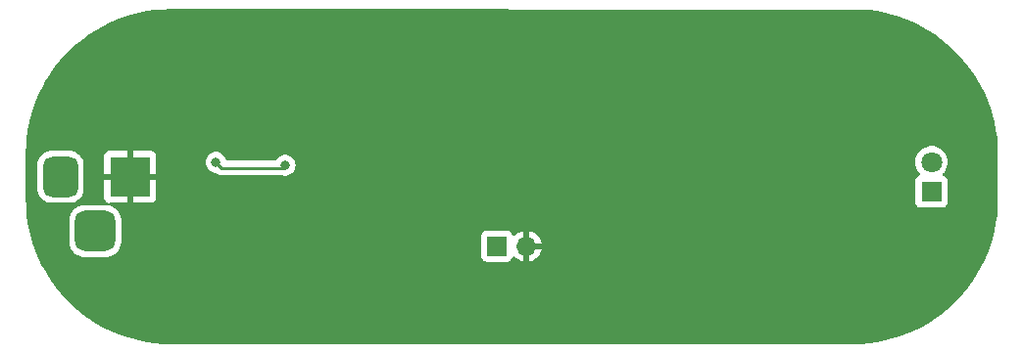
<source format=gbr>
%TF.GenerationSoftware,KiCad,Pcbnew,7.0.10*%
%TF.CreationDate,2024-11-23T21:13:02-08:00*%
%TF.ProjectId,charging-base rev1,63686172-6769-46e6-972d-626173652072,rev?*%
%TF.SameCoordinates,Original*%
%TF.FileFunction,Copper,L2,Bot*%
%TF.FilePolarity,Positive*%
%FSLAX46Y46*%
G04 Gerber Fmt 4.6, Leading zero omitted, Abs format (unit mm)*
G04 Created by KiCad (PCBNEW 7.0.10) date 2024-11-23 21:13:02*
%MOMM*%
%LPD*%
G01*
G04 APERTURE LIST*
G04 Aperture macros list*
%AMRoundRect*
0 Rectangle with rounded corners*
0 $1 Rounding radius*
0 $2 $3 $4 $5 $6 $7 $8 $9 X,Y pos of 4 corners*
0 Add a 4 corners polygon primitive as box body*
4,1,4,$2,$3,$4,$5,$6,$7,$8,$9,$2,$3,0*
0 Add four circle primitives for the rounded corners*
1,1,$1+$1,$2,$3*
1,1,$1+$1,$4,$5*
1,1,$1+$1,$6,$7*
1,1,$1+$1,$8,$9*
0 Add four rect primitives between the rounded corners*
20,1,$1+$1,$2,$3,$4,$5,0*
20,1,$1+$1,$4,$5,$6,$7,0*
20,1,$1+$1,$6,$7,$8,$9,0*
20,1,$1+$1,$8,$9,$2,$3,0*%
G04 Aperture macros list end*
%TA.AperFunction,ComponentPad*%
%ADD10R,1.700000X1.700000*%
%TD*%
%TA.AperFunction,ComponentPad*%
%ADD11O,1.700000X1.700000*%
%TD*%
%TA.AperFunction,ComponentPad*%
%ADD12R,3.500000X3.500000*%
%TD*%
%TA.AperFunction,ComponentPad*%
%ADD13RoundRect,0.750000X-0.750000X-1.000000X0.750000X-1.000000X0.750000X1.000000X-0.750000X1.000000X0*%
%TD*%
%TA.AperFunction,ComponentPad*%
%ADD14RoundRect,0.875000X-0.875000X-0.875000X0.875000X-0.875000X0.875000X0.875000X-0.875000X0.875000X0*%
%TD*%
%TA.AperFunction,ComponentPad*%
%ADD15R,1.800000X1.800000*%
%TD*%
%TA.AperFunction,ComponentPad*%
%ADD16C,1.800000*%
%TD*%
%TA.AperFunction,ViaPad*%
%ADD17C,0.800000*%
%TD*%
%TA.AperFunction,Conductor*%
%ADD18C,0.254000*%
%TD*%
G04 APERTURE END LIST*
D10*
%TO.P,J2,1,Pin_1*%
%TO.N,Net-(J2-Pin_1)*%
X148710000Y-106000000D03*
D11*
%TO.P,J2,2,Pin_2*%
%TO.N,+VDC*%
X151250000Y-106000000D03*
%TD*%
D12*
%TO.P,J1,1*%
%TO.N,+VDC*%
X117000000Y-100000000D03*
D13*
%TO.P,J1,2*%
%TO.N,GND*%
X111000000Y-100000000D03*
D14*
%TO.P,J1,3*%
X114000000Y-104700000D03*
%TD*%
D15*
%TO.P,D1,1,K*%
%TO.N,Net-(D1-K)*%
X186250000Y-101274999D03*
D16*
%TO.P,D1,2,A*%
%TO.N,Net-(D1-A)*%
X186250000Y-98734999D03*
%TD*%
D17*
%TO.N,+VDC*%
X140917500Y-97000000D03*
X177000000Y-95000000D03*
%TO.N,/output-voltage*%
X130400000Y-99000000D03*
X124417500Y-98750000D03*
%TD*%
D18*
%TO.N,/output-voltage*%
X130150000Y-99250000D02*
X124917500Y-99250000D01*
X124917500Y-99250000D02*
X124417500Y-98750000D01*
X130400000Y-99000000D02*
X130150000Y-99250000D01*
%TD*%
%TA.AperFunction,Conductor*%
%TO.N,+VDC*%
G36*
X179424495Y-85508489D02*
G01*
X179424632Y-85508500D01*
X179433054Y-85508500D01*
X179497545Y-85508500D01*
X179498313Y-85508500D01*
X179501671Y-85508545D01*
X180172932Y-85526729D01*
X180179623Y-85527092D01*
X180847229Y-85581454D01*
X180853884Y-85582177D01*
X181517608Y-85672607D01*
X181524180Y-85673685D01*
X182181999Y-85799910D01*
X182188539Y-85801349D01*
X182838591Y-85963009D01*
X182845029Y-85964797D01*
X183485355Y-86161408D01*
X183491685Y-86163540D01*
X184120441Y-86394533D01*
X184126656Y-86397010D01*
X184741971Y-86661699D01*
X184748045Y-86664509D01*
X185133882Y-86855867D01*
X185348121Y-86962120D01*
X185354022Y-86965248D01*
X185937150Y-87294934D01*
X185942861Y-87298371D01*
X186507257Y-87659126D01*
X186512775Y-87662867D01*
X186842872Y-87899976D01*
X187056805Y-88053644D01*
X187062151Y-88057708D01*
X187584194Y-88477337D01*
X187589313Y-88481684D01*
X188087908Y-88928994D01*
X188092783Y-88933613D01*
X188566385Y-89407215D01*
X188571004Y-89412090D01*
X189018314Y-89910685D01*
X189022661Y-89915804D01*
X189442290Y-90437847D01*
X189446354Y-90443193D01*
X189683137Y-90772836D01*
X189837126Y-90987215D01*
X189840887Y-90992762D01*
X190201622Y-91557129D01*
X190205084Y-91562883D01*
X190534733Y-92145944D01*
X190537879Y-92151877D01*
X190835484Y-92751943D01*
X190838304Y-92758038D01*
X191102984Y-93373330D01*
X191105470Y-93379569D01*
X191336453Y-94008296D01*
X191338597Y-94014660D01*
X191535197Y-94654953D01*
X191536994Y-94661424D01*
X191698648Y-95311450D01*
X191700091Y-95318009D01*
X191826308Y-95975791D01*
X191827395Y-95982418D01*
X191917820Y-96646103D01*
X191918546Y-96652779D01*
X191972906Y-97320368D01*
X191973270Y-97327074D01*
X191991455Y-97998338D01*
X191991500Y-98001696D01*
X191991500Y-101998303D01*
X191991455Y-102001661D01*
X191973270Y-102672925D01*
X191972906Y-102679631D01*
X191918546Y-103347220D01*
X191917820Y-103353896D01*
X191827396Y-104017581D01*
X191826309Y-104024208D01*
X191700091Y-104681990D01*
X191698648Y-104688549D01*
X191536994Y-105338575D01*
X191535197Y-105345046D01*
X191338597Y-105985339D01*
X191336453Y-105991703D01*
X191105470Y-106620430D01*
X191102984Y-106626669D01*
X190838304Y-107241961D01*
X190835484Y-107248056D01*
X190537879Y-107848122D01*
X190534733Y-107854055D01*
X190205084Y-108437116D01*
X190201622Y-108442870D01*
X189840895Y-109007223D01*
X189837126Y-109012782D01*
X189446346Y-109556818D01*
X189442282Y-109562164D01*
X189022661Y-110084195D01*
X189018314Y-110089314D01*
X188571005Y-110587909D01*
X188566386Y-110592784D01*
X188092784Y-111066386D01*
X188087909Y-111071005D01*
X187589314Y-111518314D01*
X187584195Y-111522661D01*
X187062164Y-111942282D01*
X187056818Y-111946346D01*
X186512782Y-112337126D01*
X186507223Y-112340895D01*
X185942870Y-112701622D01*
X185937116Y-112705084D01*
X185354055Y-113034733D01*
X185348122Y-113037879D01*
X184748056Y-113335484D01*
X184741961Y-113338304D01*
X184126669Y-113602984D01*
X184120430Y-113605470D01*
X183491703Y-113836453D01*
X183485339Y-113838597D01*
X182845046Y-114035197D01*
X182838575Y-114036994D01*
X182188549Y-114198648D01*
X182181990Y-114200091D01*
X181524208Y-114326309D01*
X181517581Y-114327396D01*
X180853896Y-114417820D01*
X180847220Y-114418546D01*
X180179631Y-114472906D01*
X180172925Y-114473270D01*
X179501661Y-114491455D01*
X179498303Y-114491500D01*
X120501698Y-114491500D01*
X120498340Y-114491455D01*
X119827075Y-114473270D01*
X119820369Y-114472906D01*
X119152780Y-114418546D01*
X119146104Y-114417820D01*
X118482419Y-114327396D01*
X118475792Y-114326309D01*
X117818010Y-114200091D01*
X117811451Y-114198648D01*
X117161425Y-114036994D01*
X117154954Y-114035197D01*
X116514661Y-113838597D01*
X116508297Y-113836453D01*
X115879570Y-113605470D01*
X115873331Y-113602984D01*
X115258039Y-113338305D01*
X115251944Y-113335485D01*
X114651878Y-113037879D01*
X114645964Y-113034744D01*
X114062860Y-112705072D01*
X114057130Y-112701623D01*
X113492776Y-112340895D01*
X113492751Y-112340878D01*
X113487216Y-112337126D01*
X113273271Y-112183450D01*
X112943194Y-111946355D01*
X112937848Y-111942291D01*
X112415805Y-111522662D01*
X112410686Y-111518315D01*
X111912091Y-111071005D01*
X111907216Y-111066386D01*
X111433614Y-110592784D01*
X111428995Y-110587909D01*
X110981685Y-110089314D01*
X110977338Y-110084195D01*
X110557709Y-109562152D01*
X110553645Y-109556806D01*
X110399664Y-109342439D01*
X110162867Y-109012776D01*
X110159126Y-109007258D01*
X109798372Y-108442863D01*
X109794915Y-108437116D01*
X109465266Y-107854055D01*
X109462120Y-107848122D01*
X109446959Y-107817553D01*
X109164510Y-107248046D01*
X109161695Y-107241961D01*
X109146890Y-107207544D01*
X108897010Y-106626657D01*
X108894529Y-106620430D01*
X108663540Y-105991686D01*
X108661408Y-105985356D01*
X108564153Y-105668613D01*
X111749500Y-105668613D01*
X111749501Y-105668652D01*
X111752295Y-105721243D01*
X111752295Y-105721244D01*
X111757857Y-105750000D01*
X111796755Y-105951126D01*
X111842329Y-106071889D01*
X111879425Y-106170189D01*
X111997929Y-106372131D01*
X111997934Y-106372138D01*
X112148856Y-106551141D01*
X112148858Y-106551143D01*
X112327861Y-106702065D01*
X112327868Y-106702070D01*
X112529810Y-106820574D01*
X112748874Y-106903245D01*
X112978759Y-106947705D01*
X113031378Y-106950500D01*
X113031386Y-106950500D01*
X114968614Y-106950500D01*
X114968622Y-106950500D01*
X115021241Y-106947705D01*
X115251126Y-106903245D01*
X115265369Y-106897870D01*
X147359500Y-106897870D01*
X147359501Y-106897876D01*
X147365908Y-106957483D01*
X147416202Y-107092328D01*
X147416206Y-107092335D01*
X147502452Y-107207544D01*
X147502455Y-107207547D01*
X147617664Y-107293793D01*
X147617671Y-107293797D01*
X147752517Y-107344091D01*
X147752516Y-107344091D01*
X147759444Y-107344835D01*
X147812127Y-107350500D01*
X149607872Y-107350499D01*
X149667483Y-107344091D01*
X149802331Y-107293796D01*
X149917546Y-107207546D01*
X150003796Y-107092331D01*
X150053002Y-106960401D01*
X150094872Y-106904468D01*
X150160337Y-106880050D01*
X150228610Y-106894901D01*
X150256865Y-106916053D01*
X150378917Y-107038105D01*
X150572421Y-107173600D01*
X150786507Y-107273429D01*
X150786516Y-107273433D01*
X151000000Y-107330634D01*
X151000000Y-106435501D01*
X151107685Y-106484680D01*
X151214237Y-106500000D01*
X151285763Y-106500000D01*
X151392315Y-106484680D01*
X151500000Y-106435501D01*
X151500000Y-107330633D01*
X151713483Y-107273433D01*
X151713492Y-107273429D01*
X151927578Y-107173600D01*
X152121082Y-107038105D01*
X152288105Y-106871082D01*
X152423600Y-106677578D01*
X152523429Y-106463492D01*
X152523432Y-106463486D01*
X152580636Y-106250000D01*
X151683686Y-106250000D01*
X151709493Y-106209844D01*
X151750000Y-106071889D01*
X151750000Y-105928111D01*
X151709493Y-105790156D01*
X151683686Y-105750000D01*
X152580636Y-105750000D01*
X152580635Y-105749999D01*
X152523432Y-105536513D01*
X152523429Y-105536507D01*
X152423600Y-105322422D01*
X152423599Y-105322420D01*
X152288113Y-105128926D01*
X152288108Y-105128920D01*
X152121082Y-104961894D01*
X151927578Y-104826399D01*
X151713492Y-104726570D01*
X151713486Y-104726567D01*
X151500000Y-104669364D01*
X151500000Y-105564498D01*
X151392315Y-105515320D01*
X151285763Y-105500000D01*
X151214237Y-105500000D01*
X151107685Y-105515320D01*
X151000000Y-105564498D01*
X151000000Y-104669364D01*
X150999999Y-104669364D01*
X150786513Y-104726567D01*
X150786507Y-104726570D01*
X150572422Y-104826399D01*
X150572420Y-104826400D01*
X150378926Y-104961886D01*
X150256865Y-105083947D01*
X150195542Y-105117431D01*
X150125850Y-105112447D01*
X150069917Y-105070575D01*
X150053002Y-105039598D01*
X150003797Y-104907671D01*
X150003793Y-104907664D01*
X149917547Y-104792455D01*
X149917544Y-104792452D01*
X149802335Y-104706206D01*
X149802328Y-104706202D01*
X149667482Y-104655908D01*
X149667483Y-104655908D01*
X149607883Y-104649501D01*
X149607881Y-104649500D01*
X149607873Y-104649500D01*
X149607864Y-104649500D01*
X147812129Y-104649500D01*
X147812123Y-104649501D01*
X147752516Y-104655908D01*
X147617671Y-104706202D01*
X147617664Y-104706206D01*
X147502455Y-104792452D01*
X147502452Y-104792455D01*
X147416206Y-104907664D01*
X147416202Y-104907671D01*
X147365908Y-105042517D01*
X147359501Y-105102116D01*
X147359500Y-105102135D01*
X147359500Y-106897870D01*
X115265369Y-106897870D01*
X115470190Y-106820574D01*
X115672132Y-106702070D01*
X115851142Y-106551142D01*
X116002070Y-106372132D01*
X116120574Y-106170190D01*
X116203245Y-105951126D01*
X116247705Y-105721241D01*
X116250500Y-105668622D01*
X116250500Y-103731378D01*
X116247705Y-103678759D01*
X116203245Y-103448874D01*
X116120574Y-103229810D01*
X116002070Y-103027868D01*
X116002065Y-103027861D01*
X115851143Y-102848858D01*
X115851141Y-102848856D01*
X115672138Y-102697934D01*
X115672131Y-102697929D01*
X115470189Y-102579425D01*
X115379832Y-102545326D01*
X115251126Y-102496755D01*
X115245899Y-102495744D01*
X115183817Y-102463688D01*
X115148922Y-102403156D01*
X115152291Y-102333368D01*
X115192856Y-102276480D01*
X115257738Y-102250554D01*
X115269445Y-102250000D01*
X116750000Y-102250000D01*
X116750000Y-101433686D01*
X116790156Y-101459493D01*
X116928111Y-101500000D01*
X117071889Y-101500000D01*
X117209844Y-101459493D01*
X117250000Y-101433686D01*
X117250000Y-102250000D01*
X118797828Y-102250000D01*
X118797844Y-102249999D01*
X118857372Y-102243598D01*
X118857379Y-102243596D01*
X118992086Y-102193354D01*
X118992093Y-102193350D01*
X119107187Y-102107190D01*
X119107190Y-102107187D01*
X119193350Y-101992093D01*
X119193354Y-101992086D01*
X119243596Y-101857379D01*
X119243598Y-101857372D01*
X119249999Y-101797844D01*
X119250000Y-101797827D01*
X119250000Y-100250000D01*
X117500000Y-100250000D01*
X117500000Y-99750000D01*
X119250000Y-99750000D01*
X119250000Y-98750000D01*
X123512040Y-98750000D01*
X123531826Y-98938256D01*
X123531827Y-98938259D01*
X123590318Y-99118277D01*
X123590321Y-99118284D01*
X123684967Y-99282216D01*
X123794484Y-99403847D01*
X123811629Y-99422888D01*
X123964765Y-99534148D01*
X123964770Y-99534151D01*
X124137692Y-99611142D01*
X124137697Y-99611144D01*
X124322854Y-99650500D01*
X124378230Y-99650500D01*
X124445269Y-99670185D01*
X124463114Y-99684108D01*
X124479346Y-99699351D01*
X124482143Y-99702062D01*
X124501707Y-99721626D01*
X124504885Y-99724090D01*
X124513781Y-99731687D01*
X124545735Y-99761695D01*
X124545737Y-99761696D01*
X124563367Y-99771387D01*
X124579635Y-99782072D01*
X124595538Y-99794408D01*
X124635762Y-99811814D01*
X124646254Y-99816954D01*
X124684658Y-99838068D01*
X124684660Y-99838069D01*
X124684666Y-99838072D01*
X124703740Y-99842969D01*
X124704160Y-99843077D01*
X124722564Y-99849377D01*
X124741042Y-99857374D01*
X124784351Y-99864233D01*
X124795758Y-99866595D01*
X124838228Y-99877500D01*
X124858358Y-99877500D01*
X124877757Y-99879027D01*
X124897633Y-99882175D01*
X124937428Y-99878413D01*
X124941270Y-99878050D01*
X124952939Y-99877500D01*
X130067033Y-99877500D01*
X130082681Y-99879227D01*
X130082708Y-99878946D01*
X130090475Y-99879680D01*
X130090476Y-99879679D01*
X130090477Y-99879680D01*
X130157919Y-99877561D01*
X130161813Y-99877500D01*
X130184116Y-99877500D01*
X130209896Y-99880209D01*
X130305354Y-99900500D01*
X130305355Y-99900500D01*
X130494644Y-99900500D01*
X130494646Y-99900500D01*
X130679803Y-99861144D01*
X130852730Y-99784151D01*
X131005871Y-99672888D01*
X131132533Y-99532216D01*
X131227179Y-99368284D01*
X131285674Y-99188256D01*
X131305460Y-99000000D01*
X131285674Y-98811744D01*
X131260740Y-98735005D01*
X184844700Y-98735005D01*
X184863864Y-98966296D01*
X184863866Y-98966307D01*
X184920842Y-99191299D01*
X185014075Y-99403847D01*
X185141016Y-99598146D01*
X185141019Y-99598150D01*
X185141021Y-99598152D01*
X185235803Y-99701113D01*
X185266724Y-99763766D01*
X185258864Y-99833192D01*
X185214716Y-99887347D01*
X185187906Y-99901276D01*
X185107669Y-99931202D01*
X185107664Y-99931205D01*
X184992455Y-100017451D01*
X184992452Y-100017454D01*
X184906206Y-100132663D01*
X184906202Y-100132670D01*
X184855908Y-100267516D01*
X184849501Y-100327115D01*
X184849501Y-100327122D01*
X184849500Y-100327134D01*
X184849500Y-102222869D01*
X184849501Y-102222875D01*
X184855908Y-102282482D01*
X184906202Y-102417327D01*
X184906206Y-102417334D01*
X184992452Y-102532543D01*
X184992455Y-102532546D01*
X185107664Y-102618792D01*
X185107671Y-102618796D01*
X185242517Y-102669090D01*
X185242516Y-102669090D01*
X185249444Y-102669834D01*
X185302127Y-102675499D01*
X187197872Y-102675498D01*
X187257483Y-102669090D01*
X187392331Y-102618795D01*
X187507546Y-102532545D01*
X187593796Y-102417330D01*
X187644091Y-102282482D01*
X187650500Y-102222872D01*
X187650499Y-100327127D01*
X187644091Y-100267516D01*
X187593796Y-100132668D01*
X187593795Y-100132667D01*
X187593793Y-100132663D01*
X187507547Y-100017454D01*
X187507544Y-100017451D01*
X187392335Y-99931205D01*
X187392328Y-99931201D01*
X187312094Y-99901276D01*
X187256160Y-99859405D01*
X187231743Y-99793940D01*
X187246595Y-99725667D01*
X187264190Y-99701120D01*
X187358979Y-99598152D01*
X187485924Y-99403848D01*
X187579157Y-99191299D01*
X187636134Y-98966304D01*
X187636135Y-98966296D01*
X187655300Y-98735005D01*
X187655300Y-98734992D01*
X187636135Y-98503701D01*
X187636133Y-98503690D01*
X187579157Y-98278698D01*
X187485924Y-98066150D01*
X187358983Y-97871851D01*
X187358980Y-97871848D01*
X187358979Y-97871846D01*
X187201784Y-97701086D01*
X187201779Y-97701082D01*
X187201777Y-97701080D01*
X187018634Y-97558534D01*
X187018628Y-97558530D01*
X186814504Y-97448063D01*
X186814495Y-97448060D01*
X186594984Y-97372701D01*
X186423282Y-97344049D01*
X186366049Y-97334499D01*
X186133951Y-97334499D01*
X186088164Y-97342139D01*
X185905015Y-97372701D01*
X185685504Y-97448060D01*
X185685495Y-97448063D01*
X185481371Y-97558530D01*
X185481365Y-97558534D01*
X185298222Y-97701080D01*
X185298219Y-97701083D01*
X185141016Y-97871851D01*
X185014075Y-98066150D01*
X184920842Y-98278698D01*
X184863866Y-98503690D01*
X184863864Y-98503701D01*
X184844700Y-98734992D01*
X184844700Y-98735005D01*
X131260740Y-98735005D01*
X131227179Y-98631716D01*
X131132533Y-98467784D01*
X131005871Y-98327112D01*
X131005870Y-98327111D01*
X130852734Y-98215851D01*
X130852729Y-98215848D01*
X130679807Y-98138857D01*
X130679802Y-98138855D01*
X130534001Y-98107865D01*
X130494646Y-98099500D01*
X130305354Y-98099500D01*
X130272897Y-98106398D01*
X130120197Y-98138855D01*
X130120192Y-98138857D01*
X129947270Y-98215848D01*
X129947265Y-98215851D01*
X129794129Y-98327111D01*
X129667465Y-98467785D01*
X129613937Y-98560500D01*
X129563370Y-98608716D01*
X129506550Y-98622500D01*
X125413006Y-98622500D01*
X125345967Y-98602815D01*
X125300212Y-98550011D01*
X125295075Y-98536818D01*
X125244681Y-98381721D01*
X125244678Y-98381715D01*
X125213153Y-98327112D01*
X125150033Y-98217784D01*
X125023371Y-98077112D01*
X125023370Y-98077111D01*
X124870234Y-97965851D01*
X124870229Y-97965848D01*
X124697307Y-97888857D01*
X124697302Y-97888855D01*
X124551501Y-97857865D01*
X124512146Y-97849500D01*
X124322854Y-97849500D01*
X124290397Y-97856398D01*
X124137697Y-97888855D01*
X124137692Y-97888857D01*
X123964770Y-97965848D01*
X123964765Y-97965851D01*
X123811629Y-98077111D01*
X123684966Y-98217785D01*
X123590321Y-98381715D01*
X123590318Y-98381722D01*
X123550685Y-98503701D01*
X123531826Y-98561744D01*
X123512040Y-98750000D01*
X119250000Y-98750000D01*
X119250000Y-98202172D01*
X119249999Y-98202155D01*
X119243598Y-98142627D01*
X119243596Y-98142620D01*
X119193354Y-98007913D01*
X119193350Y-98007906D01*
X119107190Y-97892812D01*
X119107187Y-97892809D01*
X118992093Y-97806649D01*
X118992086Y-97806645D01*
X118857379Y-97756403D01*
X118857372Y-97756401D01*
X118797844Y-97750000D01*
X117250000Y-97750000D01*
X117250000Y-98566313D01*
X117209844Y-98540507D01*
X117071889Y-98500000D01*
X116928111Y-98500000D01*
X116790156Y-98540507D01*
X116750000Y-98566313D01*
X116750000Y-97750000D01*
X115202155Y-97750000D01*
X115142627Y-97756401D01*
X115142620Y-97756403D01*
X115007913Y-97806645D01*
X115007906Y-97806649D01*
X114892812Y-97892809D01*
X114892809Y-97892812D01*
X114806649Y-98007906D01*
X114806645Y-98007913D01*
X114756403Y-98142620D01*
X114756401Y-98142627D01*
X114750000Y-98202155D01*
X114750000Y-99750000D01*
X116500000Y-99750000D01*
X116500000Y-100250000D01*
X114750000Y-100250000D01*
X114750000Y-101797844D01*
X114756401Y-101857372D01*
X114756403Y-101857379D01*
X114806645Y-101992086D01*
X114806649Y-101992093D01*
X114892809Y-102107187D01*
X114892812Y-102107190D01*
X115007906Y-102193350D01*
X115007911Y-102193353D01*
X115056605Y-102211515D01*
X115112538Y-102253387D01*
X115136955Y-102318851D01*
X115122103Y-102387124D01*
X115072698Y-102436529D01*
X115006692Y-102451522D01*
X114968652Y-102449501D01*
X114968629Y-102449500D01*
X114968622Y-102449500D01*
X113031378Y-102449500D01*
X113031370Y-102449500D01*
X113031347Y-102449501D01*
X112978756Y-102452295D01*
X112978755Y-102452295D01*
X112748878Y-102496754D01*
X112748876Y-102496754D01*
X112748874Y-102496755D01*
X112674933Y-102524659D01*
X112529810Y-102579425D01*
X112327868Y-102697929D01*
X112327861Y-102697934D01*
X112148858Y-102848856D01*
X112148856Y-102848858D01*
X111997934Y-103027861D01*
X111997929Y-103027868D01*
X111879425Y-103229810D01*
X111832598Y-103353896D01*
X111796755Y-103448874D01*
X111796754Y-103448876D01*
X111796754Y-103448878D01*
X111752295Y-103678755D01*
X111752295Y-103678756D01*
X111749501Y-103731347D01*
X111749500Y-103731386D01*
X111749500Y-105668613D01*
X108564153Y-105668613D01*
X108464797Y-105345030D01*
X108463009Y-105338592D01*
X108301349Y-104688540D01*
X108299908Y-104681990D01*
X108173686Y-104024181D01*
X108172608Y-104017609D01*
X108082177Y-103353885D01*
X108081453Y-103347220D01*
X108055448Y-103027861D01*
X108027092Y-102679624D01*
X108026729Y-102672925D01*
X108020731Y-102451522D01*
X108008545Y-102001661D01*
X108008500Y-101998303D01*
X108008500Y-101064208D01*
X108999500Y-101064208D01*
X108999501Y-101064223D01*
X109009904Y-101196413D01*
X109009905Y-101196420D01*
X109064902Y-101414678D01*
X109064903Y-101414681D01*
X109157991Y-101619622D01*
X109157997Y-101619632D01*
X109286174Y-101804645D01*
X109286178Y-101804650D01*
X109286181Y-101804654D01*
X109445346Y-101963819D01*
X109445350Y-101963822D01*
X109445354Y-101963825D01*
X109584603Y-102060297D01*
X109630374Y-102092007D01*
X109835317Y-102185096D01*
X109835321Y-102185097D01*
X110053579Y-102240094D01*
X110053581Y-102240094D01*
X110053588Y-102240096D01*
X110185783Y-102250500D01*
X111814216Y-102250499D01*
X111946412Y-102240096D01*
X112164683Y-102185096D01*
X112369626Y-102092007D01*
X112554654Y-101963819D01*
X112713819Y-101804654D01*
X112842007Y-101619626D01*
X112935096Y-101414683D01*
X112990096Y-101196412D01*
X113000500Y-101064217D01*
X113000499Y-98935784D01*
X112990096Y-98803588D01*
X112972814Y-98735005D01*
X112935097Y-98585321D01*
X112935096Y-98585318D01*
X112924388Y-98561744D01*
X112842007Y-98380374D01*
X112729365Y-98217785D01*
X112713825Y-98195354D01*
X112713822Y-98195350D01*
X112713819Y-98195346D01*
X112554654Y-98036181D01*
X112554650Y-98036178D01*
X112554645Y-98036174D01*
X112369632Y-97907997D01*
X112369630Y-97907995D01*
X112369626Y-97907993D01*
X112336197Y-97892809D01*
X112164681Y-97814903D01*
X112164678Y-97814902D01*
X111946420Y-97759905D01*
X111946413Y-97759904D01*
X111901902Y-97756401D01*
X111814217Y-97749500D01*
X111814215Y-97749500D01*
X110185791Y-97749500D01*
X110185776Y-97749501D01*
X110053586Y-97759904D01*
X110053579Y-97759905D01*
X109835321Y-97814902D01*
X109835318Y-97814903D01*
X109630377Y-97907991D01*
X109630367Y-97907997D01*
X109445354Y-98036174D01*
X109445342Y-98036184D01*
X109286184Y-98195342D01*
X109286174Y-98195354D01*
X109157997Y-98380367D01*
X109157991Y-98380377D01*
X109064903Y-98585318D01*
X109064902Y-98585321D01*
X109009905Y-98803579D01*
X109009904Y-98803586D01*
X108999500Y-98935777D01*
X108999500Y-101064208D01*
X108008500Y-101064208D01*
X108008500Y-100040615D01*
X108008641Y-100036431D01*
X108008633Y-100034442D01*
X108008634Y-100034439D01*
X108008500Y-99999098D01*
X108008500Y-99963632D01*
X108008500Y-99961623D01*
X108008341Y-99957423D01*
X108008046Y-99879680D01*
X108000897Y-97994195D01*
X108000941Y-97990389D01*
X108003174Y-97907993D01*
X108019117Y-97319452D01*
X108019481Y-97312756D01*
X108050473Y-96932160D01*
X108073843Y-96645158D01*
X108074568Y-96638493D01*
X108130419Y-96228571D01*
X108164998Y-95974773D01*
X108166074Y-95968213D01*
X108292301Y-95310380D01*
X108293741Y-95303839D01*
X108409638Y-94837811D01*
X108455403Y-94653786D01*
X108457185Y-94647368D01*
X108653802Y-94007021D01*
X108655927Y-94000715D01*
X108886929Y-93371934D01*
X108889395Y-93365745D01*
X109154097Y-92750404D01*
X109156894Y-92744358D01*
X109454521Y-92144248D01*
X109457647Y-92138353D01*
X109787313Y-91555262D01*
X109790750Y-91549549D01*
X110151517Y-90985134D01*
X110155271Y-90979600D01*
X110546045Y-90435572D01*
X110550094Y-90430245D01*
X110969746Y-89908175D01*
X110974058Y-89903097D01*
X111421403Y-89404463D01*
X111425986Y-89399626D01*
X111899626Y-88925986D01*
X111904463Y-88921403D01*
X112403097Y-88474058D01*
X112408175Y-88469746D01*
X112930245Y-88050094D01*
X112935572Y-88046045D01*
X113479600Y-87655271D01*
X113485134Y-87651517D01*
X114049549Y-87290750D01*
X114055262Y-87287313D01*
X114638353Y-86957647D01*
X114644248Y-86954521D01*
X115244358Y-86656894D01*
X115250404Y-86654097D01*
X115865745Y-86389395D01*
X115871934Y-86386929D01*
X116500715Y-86155927D01*
X116507021Y-86153802D01*
X117147368Y-85957185D01*
X117153786Y-85955403D01*
X117803856Y-85793737D01*
X117810380Y-85792301D01*
X118468213Y-85666074D01*
X118474773Y-85664998D01*
X119138503Y-85574566D01*
X119145158Y-85573843D01*
X119812766Y-85519480D01*
X119819452Y-85519117D01*
X120490727Y-85500933D01*
X120494085Y-85500888D01*
X120494710Y-85500888D01*
X179424495Y-85508489D01*
G37*
%TD.AperFunction*%
%TD*%
M02*

</source>
